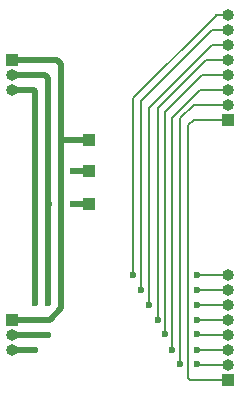
<source format=gbr>
%TF.GenerationSoftware,KiCad,Pcbnew,8.0.9-8.0.9-0~ubuntu22.04.1*%
%TF.CreationDate,2025-04-17T16:20:49+02:00*%
%TF.ProjectId,HB_Stamp_IO_EXT_debug_adapter_FUEL4EP,48425f53-7461-46d7-905f-494f5f455854,1.0*%
%TF.SameCoordinates,Original*%
%TF.FileFunction,Copper,L1,Top*%
%TF.FilePolarity,Positive*%
%FSLAX46Y46*%
G04 Gerber Fmt 4.6, Leading zero omitted, Abs format (unit mm)*
G04 Created by KiCad (PCBNEW 8.0.9-8.0.9-0~ubuntu22.04.1) date 2025-04-17 16:20:49*
%MOMM*%
%LPD*%
G01*
G04 APERTURE LIST*
%TA.AperFunction,SMDPad,CuDef*%
%ADD10R,1.000000X1.000000*%
%TD*%
%TA.AperFunction,ComponentPad*%
%ADD11R,1.000000X1.000000*%
%TD*%
%TA.AperFunction,ComponentPad*%
%ADD12O,1.000000X1.000000*%
%TD*%
%TA.AperFunction,ViaPad*%
%ADD13C,0.600000*%
%TD*%
%TA.AperFunction,Conductor*%
%ADD14C,0.500000*%
%TD*%
%TA.AperFunction,Conductor*%
%ADD15C,0.200000*%
%TD*%
G04 APERTURE END LIST*
D10*
%TO.P,TP3,1,1*%
%TO.N,VCC*%
X8382000Y16256000D03*
%TD*%
D11*
%TO.P,J1,1,Pin_1*%
%TO.N,GND*%
X1828800Y28451600D03*
D12*
%TO.P,J1,2,Pin_2*%
%TO.N,VCC*%
X1828800Y27181600D03*
%TO.P,J1,3,Pin_3*%
%TO.N,/plusBAT*%
X1828800Y25911600D03*
%TD*%
D11*
%TO.P,J2,1,Pin_1*%
%TO.N,/A7*%
X20167600Y1371600D03*
D12*
%TO.P,J2,2,Pin_2*%
%TO.N,/A6*%
X20167600Y2641600D03*
%TO.P,J2,3,Pin_3*%
%TO.N,/A5*%
X20167600Y3911600D03*
%TO.P,J2,4,Pin_4*%
%TO.N,/A4*%
X20167600Y5181600D03*
%TO.P,J2,5,Pin_5*%
%TO.N,/SCL*%
X20167600Y6451600D03*
%TO.P,J2,6,Pin_6*%
%TO.N,/SDA*%
X20167600Y7721600D03*
%TO.P,J2,7,Pin_7*%
%TO.N,/A3*%
X20167600Y8991600D03*
%TO.P,J2,8,Pin_8*%
%TO.N,/A2*%
X20167600Y10261600D03*
%TD*%
D11*
%TO.P,J4,1,Pin_1*%
%TO.N,/A7*%
X20167600Y23371600D03*
D12*
%TO.P,J4,2,Pin_2*%
%TO.N,/A6*%
X20167600Y24641600D03*
%TO.P,J4,3,Pin_3*%
%TO.N,/A5*%
X20167600Y25911600D03*
%TO.P,J4,4,Pin_4*%
%TO.N,/A4*%
X20167600Y27181600D03*
%TO.P,J4,5,Pin_5*%
%TO.N,/SCL*%
X20167600Y28451600D03*
%TO.P,J4,6,Pin_6*%
%TO.N,/SDA*%
X20167600Y29721600D03*
%TO.P,J4,7,Pin_7*%
%TO.N,/A3*%
X20167600Y30991600D03*
%TO.P,J4,8,Pin_8*%
%TO.N,/A2*%
X20167600Y32261600D03*
%TD*%
D11*
%TO.P,J3,1,Pin_1*%
%TO.N,GND*%
X1828800Y6451600D03*
D12*
%TO.P,J3,2,Pin_2*%
%TO.N,VCC*%
X1828800Y5181600D03*
%TO.P,J3,3,Pin_3*%
%TO.N,/plusBAT*%
X1828800Y3911600D03*
%TD*%
D10*
%TO.P,TP2,1,1*%
%TO.N,/plusBAT*%
X8400000Y19000000D03*
%TD*%
%TO.P,TP1,1,1*%
%TO.N,GND*%
X8400000Y21700000D03*
%TD*%
D13*
%TO.N,VCC*%
X6985000Y16256000D03*
X4953000Y16256000D03*
%TO.N,/SCL*%
X17500000Y6400000D03*
X14200000Y6400000D03*
%TO.N,/SDA*%
X13500000Y7700000D03*
X17500000Y7700000D03*
%TO.N,VCC*%
X4900000Y7900000D03*
X4881600Y5181600D03*
%TO.N,/plusBAT*%
X3800000Y3900000D03*
X3800000Y19000000D03*
X7000000Y19000000D03*
X3800000Y7900000D03*
%TO.N,/A4*%
X17500000Y5200000D03*
X14800000Y5200000D03*
%TO.N,/A2*%
X12100000Y10200000D03*
X17500000Y10200000D03*
%TO.N,/A5*%
X15400000Y3900000D03*
X17500000Y3900000D03*
%TO.N,/A3*%
X17500000Y9000000D03*
X12800000Y9000000D03*
%TO.N,/A6*%
X16100000Y2700000D03*
X17500000Y2700000D03*
%TD*%
D14*
%TO.N,VCC*%
X8382000Y16256000D02*
X6985000Y16256000D01*
%TO.N,GND*%
X6000000Y7400000D02*
X5051600Y6451600D01*
X6000000Y28100000D02*
X6000000Y21700000D01*
X6000000Y21700000D02*
X6000000Y7400000D01*
X5648400Y28451600D02*
X6000000Y28100000D01*
X8400000Y21700000D02*
X6000000Y21700000D01*
X1828800Y28451600D02*
X5648400Y28451600D01*
X5051600Y6451600D02*
X1828800Y6451600D01*
D15*
%TO.N,/SCL*%
X14200000Y6400000D02*
X14200000Y24400000D01*
X17551600Y6451600D02*
X17500000Y6400000D01*
X14200000Y24400000D02*
X18251600Y28451600D01*
X18251600Y28451600D02*
X20167600Y28451600D01*
X20167600Y6451600D02*
X17551600Y6451600D01*
%TO.N,/SDA*%
X19100000Y29700000D02*
X19121600Y29721600D01*
X18800000Y29700000D02*
X19100000Y29700000D01*
X19121600Y29721600D02*
X20167600Y29721600D01*
X13500000Y24400000D02*
X18800000Y29700000D01*
X13500000Y7700000D02*
X13500000Y24400000D01*
X20167600Y7721600D02*
X17521600Y7721600D01*
X17521600Y7721600D02*
X17500000Y7700000D01*
D14*
%TO.N,VCC*%
X4618400Y27181600D02*
X1828800Y27181600D01*
X1828800Y5181600D02*
X4881600Y5181600D01*
X4900000Y26900000D02*
X4618400Y27181600D01*
X4900000Y7900000D02*
X4900000Y26900000D01*
%TO.N,/plusBAT*%
X3800000Y7900000D02*
X3800000Y25800000D01*
X3788400Y3911600D02*
X3800000Y3900000D01*
X1828800Y3911600D02*
X3788400Y3911600D01*
X3800000Y25800000D02*
X3688400Y25911600D01*
X3688400Y25911600D02*
X1828800Y25911600D01*
X8400000Y19000000D02*
X7000000Y19000000D01*
D15*
%TO.N,/A4*%
X17981600Y27181600D02*
X20167600Y27181600D01*
X17518400Y5181600D02*
X17500000Y5200000D01*
X20167600Y5181600D02*
X17518400Y5181600D01*
X14800000Y24000000D02*
X17981600Y27181600D01*
X14800000Y5200000D02*
X14800000Y24000000D01*
%TO.N,/A2*%
X12100000Y10200000D02*
X12100000Y25200000D01*
X17561600Y10261600D02*
X17500000Y10200000D01*
X12100000Y25200000D02*
X19100000Y32200000D01*
X19100000Y32300000D02*
X19138400Y32261600D01*
X19100000Y32200000D02*
X19100000Y32300000D01*
X19138400Y32261600D02*
X20167600Y32261600D01*
X20167600Y10261600D02*
X17561600Y10261600D01*
%TO.N,/A5*%
X17511600Y3911600D02*
X17500000Y3900000D01*
X15400000Y23568628D02*
X17742972Y25911600D01*
X17742972Y25911600D02*
X20167600Y25911600D01*
X15400000Y3900000D02*
X15400000Y23568628D01*
X20167600Y3911600D02*
X17511600Y3911600D01*
%TO.N,/A3*%
X12800000Y25000000D02*
X18791600Y30991600D01*
X17508400Y8991600D02*
X17500000Y9000000D01*
X18791600Y30991600D02*
X20167600Y30991600D01*
X20167600Y8991600D02*
X17508400Y8991600D01*
X12800000Y9000000D02*
X12800000Y25000000D01*
%TO.N,/A7*%
X20167600Y1371600D02*
X16928400Y1371600D01*
X16800000Y1500000D02*
X16800000Y22900000D01*
X16928400Y1371600D02*
X16800000Y1500000D01*
X16800000Y22900000D02*
X17271600Y23371600D01*
X17271600Y23371600D02*
X20167600Y23371600D01*
%TO.N,/A6*%
X20167600Y2641600D02*
X17558400Y2641600D01*
X16100000Y23500000D02*
X17241600Y24641600D01*
X17241600Y24641600D02*
X20167600Y24641600D01*
X16100000Y2700000D02*
X16100000Y23500000D01*
X17558400Y2641600D02*
X17500000Y2700000D01*
%TD*%
M02*

</source>
